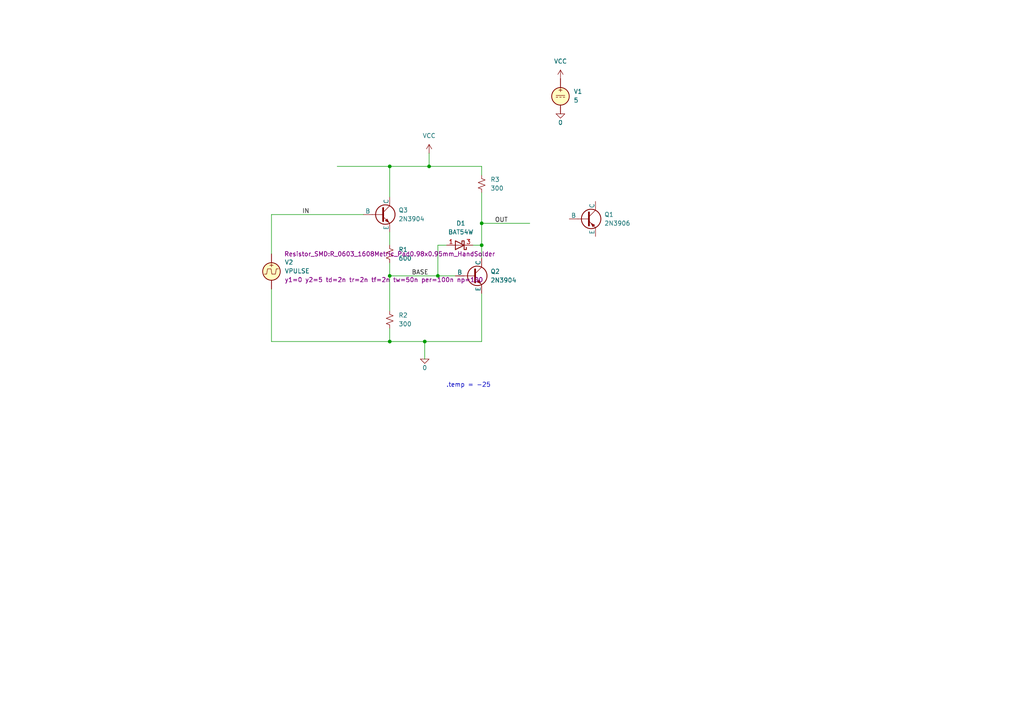
<source format=kicad_sch>
(kicad_sch (version 20231120) (generator "eeschema") (generator_version "8.0")
  (paper "A4")
  (lib_symbols
    (symbol "Device:R_Small_US" (pin_numbers hide) (pin_names (offset 0.254) hide)
      (property "Reference" "R" (at 0.762 0.508 0))
      (property "Value" "R_Small_US" (at 0.762 -1.016 0))
      (symbol "R_Small_US_1_1"
        (polyline (pts (xy 0 0) (xy 1.016 -0.381) (xy 0 -0.762) (xy -1.016 -1.143) (xy 0 -1.524)))
        (polyline (pts (xy 0 1.524) (xy 1.016 1.143) (xy 0 0.762) (xy -1.016 0.381) (xy 0 0)))
        (pin passive line (at 0 2.54 270) (length 1.016) (name "~") (number "1"))
        (pin passive line (at 0 -2.54 90) (length 1.016) (name "~") (number "2"))
      )
    )
    (symbol "Diode:BAT54W" (pin_names (offset 1.016) hide)
      (property "Reference" "D" (at 0 2.54 0))
      (property "Value" "BAT54W" (at 0 -2.54 0))
      (symbol "BAT54W_0_1"
        (polyline (pts (xy 1.27 0) (xy -1.27 0)))
        (polyline (pts (xy 1.27 1.27) (xy 1.27 -1.27) (xy -1.27 0) (xy 1.27 1.27)) (stroke (width 0.254)))
        (polyline (pts (xy -1.905 0.635) (xy -1.905 1.27) (xy -1.27 1.27) (xy -1.27 -1.27) (xy -0.635 -1.27) (xy -0.635 -0.635)) (stroke (width 0.254)))
      )
      (symbol "BAT54W_1_1"
        (pin passive line (at 3.81 0 180) (length 2.54) (name "A") (number "1"))
        (pin no_connect line (at 0 0 90) (length 2.54) hide (name "NC") (number "2"))
        (pin passive line (at -3.81 0 0) (length 2.54) (name "K") (number "3"))
      )
    )
    (symbol "Simulation_SPICE:0" (power) (pin_numbers hide) (pin_names (offset 0) hide)
      (property "Value" "0" (at 0 -2.54 0))
      (symbol "0_0_1"
        (polyline (pts (xy -1.27 0) (xy 0 -1.27) (xy 1.27 0) (xy -1.27 0)))
      )
      (symbol "0_1_1"
        (pin power_in line (at 0 0 0) (length 0) (name "~") (number "1"))
      )
    )
    (symbol "Simulation_SPICE:NPN" (pin_numbers hide) (pin_names (offset 0))
      (property "Reference" "Q" (at -2.54 7.62 0))
      (property "Value" "NPN" (at -2.54 5.08 0))
      (symbol "NPN_0_1"
        (polyline (pts (xy -2.54 0) (xy 0.635 0)) (stroke (width 0.1524)))
        (polyline (pts (xy 0.635 0.635) (xy 2.54 2.54)))
        (polyline (pts (xy 2.794 -1.27) (xy 2.794 -1.27)) (stroke (width 0.1524)))
        (polyline (pts (xy 2.794 -1.27) (xy 2.794 -1.27)) (stroke (width 0.1524)))
        (polyline (pts (xy 0.635 -0.635) (xy 2.54 -2.54) (xy 2.54 -2.54)))
        (polyline (pts (xy 0.635 1.905) (xy 0.635 -1.905) (xy 0.635 -1.905)) (stroke (width 0.508)))
        (polyline (pts (xy 1.27 -1.778) (xy 1.778 -1.27) (xy 2.286 -2.286) (xy 1.27 -1.778) (xy 1.27 -1.778)) (fill (type outline)))
        (circle (center 1.27 0) (radius 2.8194) (stroke (width 0.254)))
      )
      (symbol "NPN_1_1"
        (pin open_collector line (at 2.54 5.08 270) (length 2.54) (name "C") (number "1"))
        (pin input line (at -5.08 0 0) (length 2.54) (name "B") (number "2"))
        (pin open_emitter line (at 2.54 -5.08 90) (length 2.54) (name "E") (number "3"))
      )
    )
    (symbol "Simulation_SPICE:PNP" (pin_numbers hide) (pin_names (offset 0))
      (property "Reference" "Q" (at -2.54 7.62 0))
      (property "Value" "PNP" (at -2.54 5.08 0))
      (symbol "PNP_0_1"
        (polyline (pts (xy -2.54 0) (xy 0.635 0)) (stroke (width 0.1524)))
        (polyline (pts (xy 0.635 0.635) (xy 2.54 2.54)))
        (polyline (pts (xy 0.635 -0.635) (xy 2.54 -2.54) (xy 2.54 -2.54)))
        (polyline (pts (xy 0.635 1.905) (xy 0.635 -1.905) (xy 0.635 -1.905)) (stroke (width 0.508)))
        (polyline (pts (xy 2.286 -1.778) (xy 1.778 -2.286) (xy 1.27 -1.27) (xy 2.286 -1.778) (xy 2.286 -1.778)) (fill (type outline)))
        (circle (center 1.27 0) (radius 2.8194) (stroke (width 0.254)))
      )
      (symbol "PNP_1_1"
        (pin open_collector line (at 2.54 5.08 270) (length 2.54) (name "C") (number "1"))
        (pin input line (at -5.08 0 0) (length 2.54) (name "B") (number "2"))
        (pin open_emitter line (at 2.54 -5.08 90) (length 2.54) (name "E") (number "3"))
      )
    )
    (symbol "Simulation_SPICE:VDC" (pin_numbers hide) (pin_names (offset 0.0254))
      (property "Reference" "V" (at 2.54 2.54 0))
      (property "Value" "1" (at 2.54 0 0))
      (symbol "VDC_0_0"
        (polyline (pts (xy -1.27 0.254) (xy 1.27 0.254)))
        (polyline (pts (xy -0.762 -0.254) (xy -1.27 -0.254)))
        (polyline (pts (xy 0.254 -0.254) (xy -0.254 -0.254)))
        (polyline (pts (xy 1.27 -0.254) (xy 0.762 -0.254)))
        (text "+" (at 0 1.905 0) (effects (font (size 1.27 1.27))))
      )
      (symbol "VDC_0_1"
        (circle (center 0 0) (radius 2.54) (stroke (width 0.254)) (fill (type background)))
      )
      (symbol "VDC_1_1"
        (pin passive line (at 0 5.08 270) (length 2.54) (name "~") (number "1"))
        (pin passive line (at 0 -5.08 90) (length 2.54) (name "~") (number "2"))
      )
    )
    (symbol "Simulation_SPICE:VPULSE" (pin_numbers hide) (pin_names (offset 0.0254))
      (property "Reference" "V" (at 2.54 2.54 0))
      (property "Value" "VPULSE" (at 2.54 0 0))
      (property "Sim.Params" "y1=0 y2=1 td=2n tr=2n tf=2n tw=50n per=100n" (at 2.54 -2.54 0))
      (symbol "VPULSE_0_0"
        (polyline (pts (xy -2.032 -0.762) (xy -1.397 -0.762) (xy -1.143 0.762) (xy -0.127 0.762) (xy 0.127 -0.762) (xy 1.143 -0.762) (xy 1.397 0.762) (xy 2.032 0.762)))
        (text "+" (at 0 1.905 0) (effects (font (size 1.27 1.27))))
      )
      (symbol "VPULSE_0_1"
        (circle (center 0 0) (radius 2.54) (stroke (width 0.254)) (fill (type background)))
      )
      (symbol "VPULSE_1_1"
        (pin passive line (at 0 5.08 270) (length 2.54) (name "~") (number "1"))
        (pin passive line (at 0 -5.08 90) (length 2.54) (name "~") (number "2"))
      )
    )
    (symbol "power:VCC" (power) (pin_numbers hide) (pin_names (offset 0) hide)
      (property "Value" "VCC" (at 0 3.556 0))
      (symbol "VCC_0_1"
        (polyline (pts (xy -0.762 1.27) (xy 0 2.54)))
        (polyline (pts (xy 0 0) (xy 0 2.54)))
        (polyline (pts (xy 0 2.54) (xy 0.762 1.27)))
      )
      (symbol "VCC_1_1"
        (pin power_in line (at 0 0 90) (length 0) (name "~") (number "1"))
      )
    )
  )
  (junction (at 139.7 64.77))
  (junction (at 113.03 80.01))
  (junction (at 113.03 48.26))
  (junction (at 127 80.01))
  (junction (at 124.46 48.26))
  (junction (at 113.03 99.06))
  (junction (at 139.7 71.12))
  (junction (at 123.19 99.06))
  (wire (pts (xy 123.19 99.06) (xy 139.7 99.06)))
  (wire (pts (xy 78.74 99.06) (xy 113.03 99.06)))
  (wire (pts (xy 78.74 73.66) (xy 78.74 62.23)))
  (wire (pts (xy 113.03 67.31) (xy 113.03 71.12)))
  (wire (pts (xy 127 80.01) (xy 132.08 80.01)))
  (wire (pts (xy 113.03 80.01) (xy 127 80.01)))
  (wire (pts (xy 113.03 76.2) (xy 113.03 80.01)))
  (wire (pts (xy 137.16 71.12) (xy 139.7 71.12)))
  (wire (pts (xy 113.03 99.06) (xy 123.19 99.06)))
  (wire (pts (xy 123.19 99.06) (xy 123.19 104.14)))
  (wire (pts (xy 78.74 83.82) (xy 78.74 99.06)))
  (wire (pts (xy 139.7 85.09) (xy 139.7 99.06)))
  (wire (pts (xy 139.7 55.88) (xy 139.7 64.77)))
  (wire (pts (xy 113.03 48.26) (xy 124.46 48.26)))
  (wire (pts (xy 139.7 50.8) (xy 139.7 48.26)))
  (wire (pts (xy 97.79 48.26) (xy 113.03 48.26)))
  (wire (pts (xy 124.46 48.26) (xy 139.7 48.26)))
  (wire (pts (xy 127 71.12) (xy 127 80.01)))
  (wire (pts (xy 78.74 62.23) (xy 105.41 62.23)))
  (wire (pts (xy 113.03 95.25) (xy 113.03 99.06)))
  (wire (pts (xy 139.7 71.12) (xy 139.7 74.93)))
  (wire (pts (xy 113.03 57.15) (xy 113.03 48.26)))
  (wire (pts (xy 113.03 80.01) (xy 113.03 90.17)))
  (wire (pts (xy 139.7 64.77) (xy 139.7 71.12)))
  (wire (pts (xy 124.46 44.45) (xy 124.46 48.26)))
  (wire (pts (xy 127 71.12) (xy 129.54 71.12)))
  (wire (pts (xy 139.7 64.77) (xy 153.67 64.77)))
  (text ".temp = -25\n" (at 135.89 111.76 0) (effects (font (size 1.27 1.27))))
  (label "BASE" (at 119.38 80.01 0))
  (label "IN" (at 87.63 62.23 0))
  (label "OUT" (at 143.51 64.77 0))
  (symbol (lib_id "Simulation_SPICE:0") (at 162.56 33.02 0) (unit 1)
    (property "Reference" "#GND2" (effects (hide yes)))
    (property "Value" "0" (at 162.56 35.56 0))
    (property "Datasheet" "https://ngspice.sourceforge.io/docs/ngspice-html-manual/manual.xhtml#subsec_Circuit_elements__device" (effects (hide yes)))
    (property "Description" "0V reference potential for simulation" (effects (hide yes)))
  )
  (symbol (lib_id "Simulation_SPICE:NPN") (at 137.16 80.01 0) (unit 1)
    (property "Reference" "Q2" (at 142.24 78.7399 0) (effects (justify left)))
    (property "Value" "2N3904" (at 142.24 81.2799 0) (effects (justify left)))
    (property "Footprint" "Package_TO_SOT_SMD:SOT-23-3" (effects (hide yes)))
    (property "Datasheet" "https://ngspice.sourceforge.io/docs/ngspice-html-manual/manual.xhtml#cha_BJTs" (effects (hide yes)))
    (property "Description" "Bipolar transistor symbol for simulation only, substrate tied to the emitter" (effects (hide yes)))
    (property "Sim.Device" "NPN" (effects (hide yes)))
    (property "Sim.Type" "GUMMELPOON" (effects (hide yes)))
    (property "Sim.Pins" "1=C 2=B 3=E" (effects (hide yes)))
    (property "Sim.Library" "/home/tantos/tcomp/spice_models/standard.bjt" (effects (hide yes)))
    (property "Sim.Name" "2N3904" (effects (hide yes)))
  )
  (symbol (lib_id "power:VCC") (at 162.56 22.86 0) (unit 1)
    (property "Reference" "#PWR1" (effects (hide yes)))
    (property "Value" "VCC" (at 162.56 17.78 0))
    (property "Description" "Power symbol creates a global label with name \"VCC\"" (effects (hide yes)))
  )
  (symbol (lib_id "Simulation_SPICE:PNP") (at 170.18 63.5 0) (unit 1)
    (property "Reference" "Q1" (at 175.26 62.2299 0) (effects (justify left)))
    (property "Value" "2N3906" (at 175.26 64.7699 0) (effects (justify left)))
    (property "Footprint" "Package_TO_SOT_SMD:SOT-23-3" (effects (hide yes)))
    (property "Datasheet" "https://ngspice.sourceforge.io/docs/ngspice-html-manual/manual.xhtml#cha_BJTs" (effects (hide yes)))
    (property "Description" "Bipolar transistor symbol for simulation only, substrate tied to the emitter" (effects (hide yes)))
    (property "Sim.Device" "PNP" (effects (hide yes)))
    (property "Sim.Type" "GUMMELPOON" (effects (hide yes)))
    (property "Sim.Pins" "1=C 2=B 3=E" (effects (hide yes)))
    (property "Sim.Library" "/home/tantos/tcomp/spice_models/standard.bjt" (effects (hide yes)))
    (property "Sim.Name" "2N3906" (effects (hide yes)))
  )
  (symbol (lib_id "Diode:BAT54W") (at 133.35 71.12 180) (unit 1)
    (property "Reference" "D1" (at 133.6675 64.77 0))
    (property "Value" "BAT54W" (at 133.6675 67.31 0))
    (property "Footprint" "Package_TO_SOT_SMD:SOT-323_SC-70" (effects (hide yes)))
    (property "Datasheet" "https://assets.nexperia.com/documents/data-sheet/BAT54W_SER.pdf" (effects (hide yes)))
    (property "Description" "Schottky barrier diode, SOT-323" (effects (hide yes)))
    (property "Sim.Library" "/home/tantos/tcomp/spice_models/standard.dio" (effects (hide yes)))
    (property "Sim.Name" "BAT54" (effects (hide yes)))
    (property "Sim.Device" "D" (effects (hide yes)))
    (property "Sim.Pins" "1=A 3=K" (effects (hide yes)))
  )
  (symbol (lib_id "Simulation_SPICE:VPULSE") (at 78.74 78.74 0) (unit 1)
    (property "Reference" "V2" (at 82.55 76.0701 0) (effects (justify left)))
    (property "Value" "VPULSE" (at 82.55 78.6101 0) (effects (justify left)))
    (property "Datasheet" "https://ngspice.sourceforge.io/docs/ngspice-html-manual/manual.xhtml#sec_Independent_Sources_for" (effects (hide yes)))
    (property "Description" "Voltage source, pulse" (effects (hide yes)))
    (property "Sim.Pins" "1=+ 2=-" (effects (hide yes)))
    (property "Sim.Type" "PULSE" (effects (hide yes)))
    (property "Sim.Device" "V" (effects (hide yes)))
    (property "Sim.Params" "y1=0 y2=5 td=2n tr=2n tf=2n tw=50n per=100n np=100" (at 82.55 81.1501 0) (effects (justify left)))
  )
  (symbol (lib_id "Simulation_SPICE:NPN") (at 110.49 62.23 0) (unit 1)
    (property "Reference" "Q3" (at 115.57 60.9599 0) (effects (justify left)))
    (property "Value" "2N3904" (at 115.57 63.4999 0) (effects (justify left)))
    (property "Footprint" "Package_TO_SOT_SMD:SOT-23-3" (effects (hide yes)))
    (property "Datasheet" "https://ngspice.sourceforge.io/docs/ngspice-html-manual/manual.xhtml#cha_BJTs" (effects (hide yes)))
    (property "Description" "Bipolar transistor symbol for simulation only, substrate tied to the emitter" (effects (hide yes)))
    (property "Sim.Device" "NPN" (effects (hide yes)))
    (property "Sim.Type" "GUMMELPOON" (effects (hide yes)))
    (property "Sim.Pins" "1=C 2=B 3=E" (effects (hide yes)))
    (property "Sim.Library" "/home/tantos/tcomp/spice_models/standard.bjt" (effects (hide yes)))
    (property "Sim.Name" "2N3904" (effects (hide yes)))
  )
  (symbol (lib_id "Simulation_SPICE:VDC") (at 162.56 27.94 0) (unit 1)
    (property "Reference" "V1" (at 166.37 26.5401 0) (effects (justify left)))
    (property "Value" "5" (at 166.37 29.0801 0) (effects (justify left)))
    (property "Datasheet" "https://ngspice.sourceforge.io/docs/ngspice-html-manual/manual.xhtml#sec_Independent_Sources_for" (effects (hide yes)))
    (property "Description" "Voltage source, DC" (effects (hide yes)))
    (property "Sim.Pins" "1=+ 2=-" (effects (hide yes)))
    (property "Sim.Type" "DC" (effects (hide yes)))
    (property "Sim.Device" "V" (effects (hide yes)))
  )
  (symbol (lib_id "power:VCC") (at 124.46 44.45 0) (unit 1)
    (property "Reference" "#PWR2" (effects (hide yes)))
    (property "Value" "VCC" (at 124.46 39.37 0))
    (property "Description" "Power symbol creates a global label with name \"VCC\"" (effects (hide yes)))
  )
  (symbol (lib_id "Simulation_SPICE:0") (at 123.19 104.14 0) (unit 1)
    (property "Reference" "#GND1" (effects (hide yes)))
    (property "Value" "0" (at 123.19 106.68 0))
    (property "Datasheet" "https://ngspice.sourceforge.io/docs/ngspice-html-manual/manual.xhtml#subsec_Circuit_elements__device" (effects (hide yes)))
    (property "Description" "0V reference potential for simulation" (effects (hide yes)))
  )
  (symbol (lib_id "Device:R_Small_US") (at 113.03 92.71 0) (unit 1)
    (property "Reference" "R2" (at 115.57 91.4399 0) (effects (justify left)))
    (property "Value" "300" (at 115.57 93.9799 0) (effects (justify left)))
    (property "Footprint" "Resistor_SMD:R_0603_1608Metric_Pad0.98x0.95mm_HandSolder" (effects (hide yes)))
    (property "Description" "Resistor, small US symbol" (effects (hide yes)))
  )
  (symbol (lib_id "Device:R_Small_US") (at 113.03 73.66 0) (unit 1)
    (property "Reference" "R1" (at 115.57 72.3899 0) (effects (justify left)))
    (property "Value" "600" (at 115.57 74.9299 0) (effects (justify left)))
    (property "Footprint" "Resistor_SMD:R_0603_1608Metric_Pad0.98x0.95mm_HandSolder" (at 113.03 73.66 0))
    (property "Description" "Resistor, small US symbol" (effects (hide yes)))
  )
  (symbol (lib_id "Device:R_Small_US") (at 139.7 53.34 0) (unit 1)
    (property "Reference" "R3" (at 142.24 52.0699 0) (effects (justify left)))
    (property "Value" "300" (at 142.24 54.6099 0) (effects (justify left)))
    (property "Footprint" "Resistor_SMD:R_0603_1608Metric_Pad0.98x0.95mm_HandSolder" (effects (hide yes)))
    (property "Description" "Resistor, small US symbol" (effects (hide yes)))
  )
)
</source>
